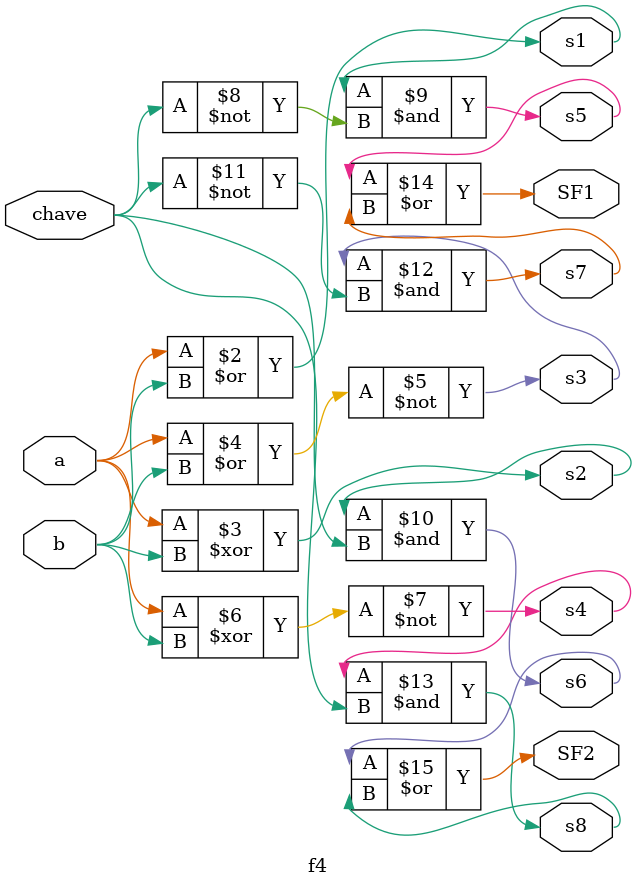
<source format=v>

module f4 (
output s1,
output s2, 
output s3,
output s4, 
output s5,
output s6,
output s7, 
output s8,
output SF1, 
output SF2,
input a, 
input b,

input chave
); 
or OR1 (s1, a,b);
xor XOR1 (s2, a, b);
nor NOR1 (s3,a,b);
xnor XNOR1 (s4,a,b);
and AND2 (s5,s1,~chave);
and AND3 (s6,s2,chave);
and AND4 (s7,s3,~chave);
and AND5 (s8,s4,chave);
or OR3 (SF1,s5,s7);
or OR4 (SF2,s6,s8);

endmodule // f4 
module test_f4; 
// ------------------------- definir dados 
reg  x; 
reg y;
reg c; 
wire z1;
wire z2;
wire z3;
wire z4;
wire z5;
wire z6;
wire z7;
wire z8;
wire zF1;
wire zF2;
f4 modulo (z1,z2,z3,z4,z5,z6,z7,z8,zF1,zF2, x,y, c); 
// ------------------------- parte principal 
initial begin 
$display("Exemplo0034 - Lucas Siqueira Chagas - 380783"); 
$display("Test LU's module"); 
end 
endmodule // test_f4 
</source>
